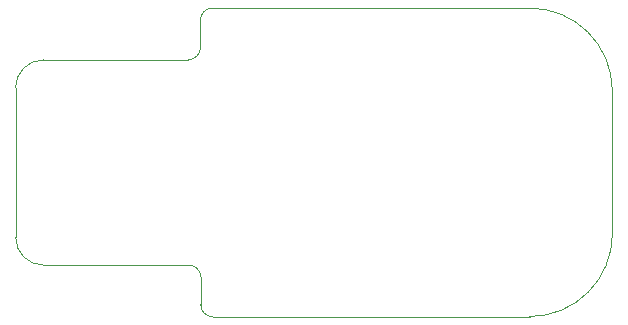
<source format=gko>
G04*
G04 #@! TF.GenerationSoftware,Altium Limited,Altium Designer,18.0.12 (696)*
G04*
G04 Layer_Color=16711935*
%FSLAX25Y25*%
%MOIN*%
G70*
G01*
G75*
%ADD15C,0.00394*%
D15*
X9274Y85564D02*
G03*
X-1Y76289I0J-9275D01*
G01*
X-3Y26443D02*
G03*
X9272Y17168I9275J0D01*
G01*
X171377Y2D02*
G03*
X198936Y27562I0J27559D01*
G01*
X61692Y3977D02*
G03*
X65708Y-39I4016J0D01*
G01*
X61732Y13152D02*
G03*
X57716Y17168I-4016J0D01*
G01*
X65629Y102838D02*
G03*
X61613Y98822I0J-4016D01*
G01*
X57597Y85632D02*
G03*
X61613Y89648I0J4016D01*
G01*
X198928Y75270D02*
G03*
X171369Y102829I-27559J0D01*
G01*
X61613Y89648D02*
G03*
X61613Y89648I0J0D01*
G01*
X198936Y27562D02*
Y75506D01*
X15235Y85632D02*
X57597D01*
X9274Y85601D02*
X15235D01*
X-1Y26440D02*
Y76289D01*
X65708Y0D02*
X171416D01*
X61713Y3977D02*
Y13152D01*
X9232Y17207D02*
X57716D01*
X65629Y102841D02*
X171526D01*
X61613Y89648D02*
Y99220D01*
M02*

</source>
